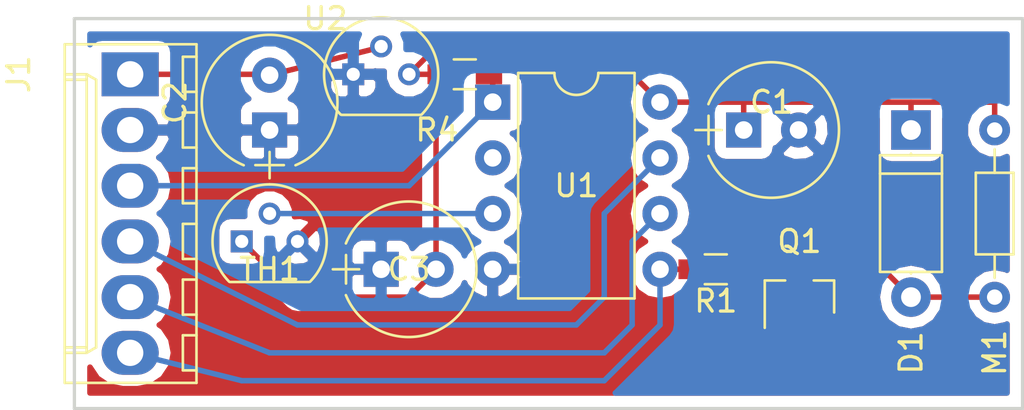
<source format=kicad_pcb>
(kicad_pcb (version 4) (host pcbnew 4.0.7)

  (general
    (links 26)
    (no_connects 0)
    (area 123.485 85.385 170.285001 104.215001)
    (thickness 1.6)
    (drawings 4)
    (tracks 47)
    (zones 0)
    (modules 12)
    (nets 12)
  )

  (page A4)
  (layers
    (0 F.Cu signal)
    (31 B.Cu signal hide)
    (32 B.Adhes user)
    (33 F.Adhes user)
    (34 B.Paste user)
    (35 F.Paste user)
    (36 B.SilkS user)
    (37 F.SilkS user)
    (38 B.Mask user)
    (39 F.Mask user)
    (40 Dwgs.User user)
    (41 Cmts.User user)
    (42 Eco1.User user)
    (43 Eco2.User user)
    (44 Edge.Cuts user)
    (45 Margin user)
    (46 B.CrtYd user)
    (47 F.CrtYd user)
    (48 B.Fab user)
    (49 F.Fab user)
  )

  (setup
    (last_trace_width 0.25)
    (trace_clearance 0.2)
    (zone_clearance 0.508)
    (zone_45_only no)
    (trace_min 0.2)
    (segment_width 0.2)
    (edge_width 0.15)
    (via_size 0.6)
    (via_drill 0.4)
    (via_min_size 0.4)
    (via_min_drill 0.3)
    (uvia_size 0.3)
    (uvia_drill 0.1)
    (uvias_allowed no)
    (uvia_min_size 0.2)
    (uvia_min_drill 0.1)
    (pcb_text_width 0.3)
    (pcb_text_size 1.5 1.5)
    (mod_edge_width 0.15)
    (mod_text_size 1 1)
    (mod_text_width 0.15)
    (pad_size 1.524 1.524)
    (pad_drill 0.762)
    (pad_to_mask_clearance 0.2)
    (aux_axis_origin 0 0)
    (visible_elements 7FFFFFFF)
    (pcbplotparams
      (layerselection 0x00030_80000001)
      (usegerberextensions false)
      (excludeedgelayer true)
      (linewidth 0.100000)
      (plotframeref false)
      (viasonmask false)
      (mode 1)
      (useauxorigin false)
      (hpglpennumber 1)
      (hpglpenspeed 20)
      (hpglpendiameter 15)
      (hpglpenoverlay 2)
      (psnegative false)
      (psa4output false)
      (plotreference true)
      (plotvalue true)
      (plotinvisibletext false)
      (padsonsilk false)
      (subtractmaskfromsilk false)
      (outputformat 1)
      (mirror false)
      (drillshape 1)
      (scaleselection 1)
      (outputdirectory ""))
  )

  (net 0 "")
  (net 1 +5V)
  (net 2 GND)
  (net 3 "Net-(D1-Pad2)")
  (net 4 "Net-(Q1-Pad1)")
  (net 5 Out3)
  (net 6 Out1)
  (net 7 Out2)
  (net 8 +9V)
  (net 9 "Net-(TH1-Pad2)")
  (net 10 Out4)
  (net 11 "Net-(U1-Pad2)")

  (net_class Default "This is the default net class."
    (clearance 0.2)
    (trace_width 0.25)
    (via_dia 0.6)
    (via_drill 0.4)
    (uvia_dia 0.3)
    (uvia_drill 0.1)
    (add_net +5V)
    (add_net +9V)
    (add_net GND)
    (add_net "Net-(D1-Pad2)")
    (add_net "Net-(Q1-Pad1)")
    (add_net "Net-(TH1-Pad2)")
    (add_net "Net-(U1-Pad2)")
    (add_net Out1)
    (add_net Out2)
    (add_net Out3)
    (add_net Out4)
  )

  (module Capacitors_THT:CP_Radial_Tantal_D6.0mm_P2.50mm (layer F.Cu) (tedit 5A0CA986) (tstamp 5A0B6F68)
    (at 157.48 91.44)
    (descr "CP, Radial_Tantal series, Radial, pin pitch=2.50mm, , diameter=6.0mm, Tantal Electrolytic Capacitor, http://cdn-reichelt.de/documents/datenblatt/B300/TANTAL-TB-Serie%23.pdf")
    (tags "CP Radial_Tantal series Radial pin pitch 2.50mm  diameter 6.0mm Tantal Electrolytic Capacitor")
    (path /4AE1698F)
    (fp_text reference C1 (at 1.27 -1.27) (layer F.SilkS)
      (effects (font (size 1 1) (thickness 0.15)))
    )
    (fp_text value 100n (at 1.27 1.27) (layer F.Fab)
      (effects (font (size 1 1) (thickness 0.15)))
    )
    (fp_arc (start 1.25 0) (end -1.605819 -1.18) (angle 135.1) (layer F.SilkS) (width 0.12))
    (fp_arc (start 1.25 0) (end -1.605819 1.18) (angle -135.1) (layer F.SilkS) (width 0.12))
    (fp_arc (start 1.25 0) (end 4.105819 -1.18) (angle 44.9) (layer F.SilkS) (width 0.12))
    (fp_circle (center 1.25 0) (end 4.25 0) (layer F.Fab) (width 0.1))
    (fp_line (start -2.2 0) (end -1 0) (layer F.Fab) (width 0.1))
    (fp_line (start -1.6 -0.65) (end -1.6 0.65) (layer F.Fab) (width 0.1))
    (fp_line (start -2.2 0) (end -1 0) (layer F.SilkS) (width 0.12))
    (fp_line (start -1.6 -0.65) (end -1.6 0.65) (layer F.SilkS) (width 0.12))
    (fp_line (start -2.1 -3.35) (end -2.1 3.35) (layer F.CrtYd) (width 0.05))
    (fp_line (start -2.1 3.35) (end 4.6 3.35) (layer F.CrtYd) (width 0.05))
    (fp_line (start 4.6 3.35) (end 4.6 -3.35) (layer F.CrtYd) (width 0.05))
    (fp_line (start 4.6 -3.35) (end -2.1 -3.35) (layer F.CrtYd) (width 0.05))
    (fp_text user %R (at 1.27 -1.27) (layer F.Fab)
      (effects (font (size 1 1) (thickness 0.15)))
    )
    (pad 1 thru_hole rect (at 0 0) (size 1.6 1.6) (drill 0.8) (layers *.Cu *.Mask)
      (net 1 +5V))
    (pad 2 thru_hole circle (at 2.5 0) (size 1.6 1.6) (drill 0.8) (layers *.Cu *.Mask)
      (net 2 GND))
    (model ${KISYS3DMOD}/Capacitors_THT.3dshapes/CP_Radial_Tantal_D6.0mm_P2.50mm.wrl
      (at (xyz 0 0 0))
      (scale (xyz 1 1 1))
      (rotate (xyz 0 0 0))
    )
  )

  (module Diodes_THT:D_A-405_P7.62mm_Horizontal (layer F.Cu) (tedit 5A0B79C0) (tstamp 5A0B6F6E)
    (at 165.1 91.44 270)
    (descr "D, A-405 series, Axial, Horizontal, pin pitch=7.62mm, , length*diameter=5.2*2.7mm^2, , http://www.diodes.com/_files/packages/A-405.pdf")
    (tags "D A-405 series Axial Horizontal pin pitch 7.62mm  length 5.2mm diameter 2.7mm")
    (path /4AE16956)
    (fp_text reference D1 (at 10.16 0 270) (layer F.SilkS)
      (effects (font (size 1 1) (thickness 0.15)))
    )
    (fp_text value D (at -2.54 0 270) (layer F.Fab)
      (effects (font (size 1 1) (thickness 0.15)))
    )
    (fp_text user %R (at 3.81 0 270) (layer F.Fab)
      (effects (font (size 1 1) (thickness 0.15)))
    )
    (fp_line (start 1.21 -1.35) (end 1.21 1.35) (layer F.Fab) (width 0.1))
    (fp_line (start 1.21 1.35) (end 6.41 1.35) (layer F.Fab) (width 0.1))
    (fp_line (start 6.41 1.35) (end 6.41 -1.35) (layer F.Fab) (width 0.1))
    (fp_line (start 6.41 -1.35) (end 1.21 -1.35) (layer F.Fab) (width 0.1))
    (fp_line (start 0 0) (end 1.21 0) (layer F.Fab) (width 0.1))
    (fp_line (start 7.62 0) (end 6.41 0) (layer F.Fab) (width 0.1))
    (fp_line (start 1.99 -1.35) (end 1.99 1.35) (layer F.Fab) (width 0.1))
    (fp_line (start 1.15 -1.41) (end 1.15 1.41) (layer F.SilkS) (width 0.12))
    (fp_line (start 1.15 1.41) (end 6.47 1.41) (layer F.SilkS) (width 0.12))
    (fp_line (start 6.47 1.41) (end 6.47 -1.41) (layer F.SilkS) (width 0.12))
    (fp_line (start 6.47 -1.41) (end 1.15 -1.41) (layer F.SilkS) (width 0.12))
    (fp_line (start 1.08 0) (end 1.15 0) (layer F.SilkS) (width 0.12))
    (fp_line (start 6.54 0) (end 6.47 0) (layer F.SilkS) (width 0.12))
    (fp_line (start 1.99 -1.41) (end 1.99 1.41) (layer F.SilkS) (width 0.12))
    (fp_line (start -1.15 -1.7) (end -1.15 1.7) (layer F.CrtYd) (width 0.05))
    (fp_line (start -1.15 1.7) (end 8.8 1.7) (layer F.CrtYd) (width 0.05))
    (fp_line (start 8.8 1.7) (end 8.8 -1.7) (layer F.CrtYd) (width 0.05))
    (fp_line (start 8.8 -1.7) (end -1.15 -1.7) (layer F.CrtYd) (width 0.05))
    (pad 1 thru_hole rect (at 0 0 270) (size 1.8 1.8) (drill 0.9) (layers *.Cu *.Mask)
      (net 1 +5V))
    (pad 2 thru_hole oval (at 7.62 0 270) (size 1.8 1.8) (drill 0.9) (layers *.Cu *.Mask)
      (net 3 "Net-(D1-Pad2)"))
    (model ${KISYS3DMOD}/Diodes_THT.3dshapes/D_A-405_P7.62mm_Horizontal.wrl
      (at (xyz 0 0 0))
      (scale (xyz 0.393701 0.393701 0.393701))
      (rotate (xyz 0 0 0))
    )
  )

  (module Resistors_THT:R_Axial_DIN0204_L3.6mm_D1.6mm_P7.62mm_Horizontal (layer F.Cu) (tedit 5A0B79EF) (tstamp 5A0B6F74)
    (at 168.91 91.44 270)
    (descr "Resistor, Axial_DIN0204 series, Axial, Horizontal, pin pitch=7.62mm, 0.16666666666666666W = 1/6W, length*diameter=3.6*1.6mm^2, http://cdn-reichelt.de/documents/datenblatt/B400/1_4W%23YAG.pdf")
    (tags "Resistor Axial_DIN0204 series Axial Horizontal pin pitch 7.62mm 0.16666666666666666W = 1/6W length 3.6mm diameter 1.6mm")
    (path /4AE158D0)
    (fp_text reference M1 (at 10.16 0 270) (layer F.SilkS)
      (effects (font (size 1 1) (thickness 0.15)))
    )
    (fp_text value Fan (at -2.54 0 270) (layer F.Fab)
      (effects (font (size 1 1) (thickness 0.15)))
    )
    (fp_line (start 2.01 -0.8) (end 2.01 0.8) (layer F.Fab) (width 0.1))
    (fp_line (start 2.01 0.8) (end 5.61 0.8) (layer F.Fab) (width 0.1))
    (fp_line (start 5.61 0.8) (end 5.61 -0.8) (layer F.Fab) (width 0.1))
    (fp_line (start 5.61 -0.8) (end 2.01 -0.8) (layer F.Fab) (width 0.1))
    (fp_line (start 0 0) (end 2.01 0) (layer F.Fab) (width 0.1))
    (fp_line (start 7.62 0) (end 5.61 0) (layer F.Fab) (width 0.1))
    (fp_line (start 1.95 -0.86) (end 1.95 0.86) (layer F.SilkS) (width 0.12))
    (fp_line (start 1.95 0.86) (end 5.67 0.86) (layer F.SilkS) (width 0.12))
    (fp_line (start 5.67 0.86) (end 5.67 -0.86) (layer F.SilkS) (width 0.12))
    (fp_line (start 5.67 -0.86) (end 1.95 -0.86) (layer F.SilkS) (width 0.12))
    (fp_line (start 0.88 0) (end 1.95 0) (layer F.SilkS) (width 0.12))
    (fp_line (start 6.74 0) (end 5.67 0) (layer F.SilkS) (width 0.12))
    (fp_line (start -0.95 -1.15) (end -0.95 1.15) (layer F.CrtYd) (width 0.05))
    (fp_line (start -0.95 1.15) (end 8.6 1.15) (layer F.CrtYd) (width 0.05))
    (fp_line (start 8.6 1.15) (end 8.6 -1.15) (layer F.CrtYd) (width 0.05))
    (fp_line (start 8.6 -1.15) (end -0.95 -1.15) (layer F.CrtYd) (width 0.05))
    (pad 1 thru_hole circle (at 0 0 270) (size 1.4 1.4) (drill 0.7) (layers *.Cu *.Mask)
      (net 1 +5V))
    (pad 2 thru_hole oval (at 7.62 0 270) (size 1.4 1.4) (drill 0.7) (layers *.Cu *.Mask)
      (net 3 "Net-(D1-Pad2)"))
    (model ${KISYS3DMOD}/Resistors_THT.3dshapes/R_Axial_DIN0204_L3.6mm_D1.6mm_P7.62mm_Horizontal.wrl
      (at (xyz 0 0 0))
      (scale (xyz 0.393701 0.393701 0.393701))
      (rotate (xyz 0 0 0))
    )
  )

  (module TO_SOT_Packages_SMD:SOT-23 (layer F.Cu) (tedit 5A0B8845) (tstamp 5A0B6F7B)
    (at 160.02 99.06 90)
    (descr "SOT-23, Standard")
    (tags SOT-23)
    (path /4AE15818)
    (attr smd)
    (fp_text reference Q1 (at 2.54 0 180) (layer F.SilkS)
      (effects (font (size 1 1) (thickness 0.15)))
    )
    (fp_text value NPN (at -2.54 0 180) (layer F.Fab)
      (effects (font (size 1 1) (thickness 0.15)))
    )
    (fp_text user %R (at 0 0 180) (layer F.Fab)
      (effects (font (size 0.5 0.5) (thickness 0.075)))
    )
    (fp_line (start -0.7 -0.95) (end -0.7 1.5) (layer F.Fab) (width 0.1))
    (fp_line (start -0.15 -1.52) (end 0.7 -1.52) (layer F.Fab) (width 0.1))
    (fp_line (start -0.7 -0.95) (end -0.15 -1.52) (layer F.Fab) (width 0.1))
    (fp_line (start 0.7 -1.52) (end 0.7 1.52) (layer F.Fab) (width 0.1))
    (fp_line (start -0.7 1.52) (end 0.7 1.52) (layer F.Fab) (width 0.1))
    (fp_line (start 0.76 1.58) (end 0.76 0.65) (layer F.SilkS) (width 0.12))
    (fp_line (start 0.76 -1.58) (end 0.76 -0.65) (layer F.SilkS) (width 0.12))
    (fp_line (start -1.7 -1.75) (end 1.7 -1.75) (layer F.CrtYd) (width 0.05))
    (fp_line (start 1.7 -1.75) (end 1.7 1.75) (layer F.CrtYd) (width 0.05))
    (fp_line (start 1.7 1.75) (end -1.7 1.75) (layer F.CrtYd) (width 0.05))
    (fp_line (start -1.7 1.75) (end -1.7 -1.75) (layer F.CrtYd) (width 0.05))
    (fp_line (start 0.76 -1.58) (end -1.4 -1.58) (layer F.SilkS) (width 0.12))
    (fp_line (start 0.76 1.58) (end -0.7 1.58) (layer F.SilkS) (width 0.12))
    (pad 1 smd rect (at -1 -0.95 90) (size 0.9 0.8) (layers F.Cu F.Paste F.Mask)
      (net 4 "Net-(Q1-Pad1)"))
    (pad 2 smd rect (at -1 0.95 90) (size 0.9 0.8) (layers F.Cu F.Paste F.Mask)
      (net 2 GND))
    (pad 3 smd rect (at 1 0 90) (size 0.9 0.8) (layers F.Cu F.Paste F.Mask)
      (net 3 "Net-(D1-Pad2)"))
    (model ${KISYS3DMOD}/TO_SOT_Packages_SMD.3dshapes/SOT-23.wrl
      (at (xyz 0 0 0))
      (scale (xyz 1 1 1))
      (rotate (xyz 0 0 0))
    )
  )

  (module Housings_DIP:DIP-8_W7.62mm (layer F.Cu) (tedit 5A0CA996) (tstamp 5A0B6F95)
    (at 146.05 90.17)
    (descr "8-lead though-hole mounted DIP package, row spacing 7.62 mm (300 mils)")
    (tags "THT DIP DIL PDIP 2.54mm 7.62mm 300mil")
    (path /4AE185FF)
    (fp_text reference U1 (at 3.81 3.81) (layer F.SilkS)
      (effects (font (size 1 1) (thickness 0.15)))
    )
    (fp_text value ATTINY85 (at 3.81 9.95) (layer F.Fab)
      (effects (font (size 1 1) (thickness 0.15)))
    )
    (fp_arc (start 3.81 -1.33) (end 2.81 -1.33) (angle -180) (layer F.SilkS) (width 0.12))
    (fp_line (start 1.635 -1.27) (end 6.985 -1.27) (layer F.Fab) (width 0.1))
    (fp_line (start 6.985 -1.27) (end 6.985 8.89) (layer F.Fab) (width 0.1))
    (fp_line (start 6.985 8.89) (end 0.635 8.89) (layer F.Fab) (width 0.1))
    (fp_line (start 0.635 8.89) (end 0.635 -0.27) (layer F.Fab) (width 0.1))
    (fp_line (start 0.635 -0.27) (end 1.635 -1.27) (layer F.Fab) (width 0.1))
    (fp_line (start 2.81 -1.33) (end 1.16 -1.33) (layer F.SilkS) (width 0.12))
    (fp_line (start 1.16 -1.33) (end 1.16 8.95) (layer F.SilkS) (width 0.12))
    (fp_line (start 1.16 8.95) (end 6.46 8.95) (layer F.SilkS) (width 0.12))
    (fp_line (start 6.46 8.95) (end 6.46 -1.33) (layer F.SilkS) (width 0.12))
    (fp_line (start 6.46 -1.33) (end 4.81 -1.33) (layer F.SilkS) (width 0.12))
    (fp_line (start -1.1 -1.55) (end -1.1 9.15) (layer F.CrtYd) (width 0.05))
    (fp_line (start -1.1 9.15) (end 8.7 9.15) (layer F.CrtYd) (width 0.05))
    (fp_line (start 8.7 9.15) (end 8.7 -1.55) (layer F.CrtYd) (width 0.05))
    (fp_line (start 8.7 -1.55) (end -1.1 -1.55) (layer F.CrtYd) (width 0.05))
    (fp_text user %R (at 3.81 3.81) (layer F.Fab)
      (effects (font (size 1 1) (thickness 0.15)))
    )
    (pad 1 thru_hole rect (at 0 0) (size 1.6 1.6) (drill 0.8) (layers *.Cu *.Mask)
      (net 6 Out1))
    (pad 5 thru_hole oval (at 7.62 7.62) (size 1.6 1.6) (drill 0.8) (layers *.Cu *.Mask)
      (net 10 Out4))
    (pad 2 thru_hole oval (at 0 2.54) (size 1.6 1.6) (drill 0.8) (layers *.Cu *.Mask)
      (net 11 "Net-(U1-Pad2)"))
    (pad 6 thru_hole oval (at 7.62 5.08) (size 1.6 1.6) (drill 0.8) (layers *.Cu *.Mask)
      (net 5 Out3))
    (pad 3 thru_hole oval (at 0 5.08) (size 1.6 1.6) (drill 0.8) (layers *.Cu *.Mask)
      (net 9 "Net-(TH1-Pad2)"))
    (pad 7 thru_hole oval (at 7.62 2.54) (size 1.6 1.6) (drill 0.8) (layers *.Cu *.Mask)
      (net 7 Out2))
    (pad 4 thru_hole oval (at 0 7.62) (size 1.6 1.6) (drill 0.8) (layers *.Cu *.Mask)
      (net 2 GND))
    (pad 8 thru_hole oval (at 7.62 0) (size 1.6 1.6) (drill 0.8) (layers *.Cu *.Mask)
      (net 1 +5V))
    (model ${KISYS3DMOD}/Housings_DIP.3dshapes/DIP-8_W7.62mm.wrl
      (at (xyz 0 0 0))
      (scale (xyz 1 1 1))
      (rotate (xyz 0 0 0))
    )
  )

  (module Resistors_SMD:R_0603_HandSoldering (layer F.Cu) (tedit 58E0A804) (tstamp 5A0B6F83)
    (at 156.21 97.79 180)
    (descr "Resistor SMD 0603, hand soldering")
    (tags "resistor 0603")
    (path /4AE167C4)
    (attr smd)
    (fp_text reference R1 (at 0 -1.45 180) (layer F.SilkS)
      (effects (font (size 1 1) (thickness 0.15)))
    )
    (fp_text value "1 k" (at 0 1.55 180) (layer F.Fab)
      (effects (font (size 1 1) (thickness 0.15)))
    )
    (fp_text user %R (at 0 0 180) (layer F.Fab)
      (effects (font (size 0.4 0.4) (thickness 0.075)))
    )
    (fp_line (start -0.8 0.4) (end -0.8 -0.4) (layer F.Fab) (width 0.1))
    (fp_line (start 0.8 0.4) (end -0.8 0.4) (layer F.Fab) (width 0.1))
    (fp_line (start 0.8 -0.4) (end 0.8 0.4) (layer F.Fab) (width 0.1))
    (fp_line (start -0.8 -0.4) (end 0.8 -0.4) (layer F.Fab) (width 0.1))
    (fp_line (start 0.5 0.68) (end -0.5 0.68) (layer F.SilkS) (width 0.12))
    (fp_line (start -0.5 -0.68) (end 0.5 -0.68) (layer F.SilkS) (width 0.12))
    (fp_line (start -1.96 -0.7) (end 1.95 -0.7) (layer F.CrtYd) (width 0.05))
    (fp_line (start -1.96 -0.7) (end -1.96 0.7) (layer F.CrtYd) (width 0.05))
    (fp_line (start 1.95 0.7) (end 1.95 -0.7) (layer F.CrtYd) (width 0.05))
    (fp_line (start 1.95 0.7) (end -1.96 0.7) (layer F.CrtYd) (width 0.05))
    (pad 1 smd rect (at -1.1 0 180) (size 1.2 0.9) (layers F.Cu F.Paste F.Mask)
      (net 4 "Net-(Q1-Pad1)"))
    (pad 2 smd rect (at 1.1 0 180) (size 1.2 0.9) (layers F.Cu F.Paste F.Mask)
      (net 10 Out4))
    (model ${KISYS3DMOD}/Resistors_SMD.3dshapes/R_0603.wrl
      (at (xyz 0 0 0))
      (scale (xyz 1 1 1))
      (rotate (xyz 0 0 0))
    )
  )

  (module TO_SOT_Packages_THT:TO-92_Molded_Narrow (layer F.Cu) (tedit 5A0CB33F) (tstamp 5A0B737F)
    (at 134.62 96.52)
    (descr "TO-92 leads molded, narrow, drill 0.6mm (see NXP sot054_po.pdf)")
    (tags "to-92 sc-43 sc-43a sot54 PA33 transistor")
    (path /5A0B72C9)
    (fp_text reference TH1 (at 1.27 1.27) (layer F.SilkS)
      (effects (font (size 1 1) (thickness 0.15)))
    )
    (fp_text value MCP9700A-E/TO (at 3.81 5.08) (layer F.Fab)
      (effects (font (size 1 1) (thickness 0.15)))
    )
    (fp_text user %R (at 1.27 3.81) (layer F.Fab)
      (effects (font (size 1 1) (thickness 0.15)))
    )
    (fp_line (start -0.53 1.85) (end 3.07 1.85) (layer F.SilkS) (width 0.12))
    (fp_line (start -0.5 1.75) (end 3 1.75) (layer F.Fab) (width 0.1))
    (fp_line (start -1.46 -2.73) (end 4 -2.73) (layer F.CrtYd) (width 0.05))
    (fp_line (start -1.46 -2.73) (end -1.46 2.01) (layer F.CrtYd) (width 0.05))
    (fp_line (start 4 2.01) (end 4 -2.73) (layer F.CrtYd) (width 0.05))
    (fp_line (start 4 2.01) (end -1.46 2.01) (layer F.CrtYd) (width 0.05))
    (fp_arc (start 1.27 0) (end 1.27 -2.48) (angle 135) (layer F.Fab) (width 0.1))
    (fp_arc (start 1.27 0) (end 1.27 -2.6) (angle -135) (layer F.SilkS) (width 0.12))
    (fp_arc (start 1.27 0) (end 1.27 -2.48) (angle -135) (layer F.Fab) (width 0.1))
    (fp_arc (start 1.27 0) (end 1.27 -2.6) (angle 135) (layer F.SilkS) (width 0.12))
    (pad 2 thru_hole circle (at 1.27 -1.27 90) (size 1 1) (drill 0.6) (layers *.Cu *.Mask)
      (net 9 "Net-(TH1-Pad2)"))
    (pad 3 thru_hole circle (at 2.54 0 90) (size 1 1) (drill 0.6) (layers *.Cu *.Mask)
      (net 2 GND))
    (pad 1 thru_hole rect (at 0 0 90) (size 1 1) (drill 0.6) (layers *.Cu *.Mask)
      (net 1 +5V))
    (model ${KISYS3DMOD}/TO_SOT_Packages_THT.3dshapes/TO-92_Molded_Narrow.wrl
      (at (xyz 0.05 0 0))
      (scale (xyz 1 1 1))
      (rotate (xyz 0 0 -90))
    )
  )

  (module TO_SOT_Packages_THT:TO-92_Molded_Narrow (layer F.Cu) (tedit 5A0CB2CF) (tstamp 5A0B6F9C)
    (at 139.7 88.9)
    (descr "TO-92 leads molded, narrow, drill 0.6mm (see NXP sot054_po.pdf)")
    (tags "to-92 sc-43 sc-43a sot54 PA33 transistor")
    (path /5A0B6FC2)
    (fp_text reference U2 (at -1.27 -2.54) (layer F.SilkS)
      (effects (font (size 1 1) (thickness 0.15)))
    )
    (fp_text value "5V Reg L7805CV" (at 10.16 -1.27) (layer F.Fab)
      (effects (font (size 1 1) (thickness 0.15)))
    )
    (fp_text user %R (at -1.27 -2.54) (layer F.Fab)
      (effects (font (size 1 1) (thickness 0.15)))
    )
    (fp_line (start -0.53 1.85) (end 3.07 1.85) (layer F.SilkS) (width 0.12))
    (fp_line (start -0.5 1.75) (end 3 1.75) (layer F.Fab) (width 0.1))
    (fp_line (start -1.46 -2.73) (end 4 -2.73) (layer F.CrtYd) (width 0.05))
    (fp_line (start -1.46 -2.73) (end -1.46 2.01) (layer F.CrtYd) (width 0.05))
    (fp_line (start 4 2.01) (end 4 -2.73) (layer F.CrtYd) (width 0.05))
    (fp_line (start 4 2.01) (end -1.46 2.01) (layer F.CrtYd) (width 0.05))
    (fp_arc (start 1.27 0) (end 1.27 -2.48) (angle 135) (layer F.Fab) (width 0.1))
    (fp_arc (start 1.27 0) (end 1.27 -2.6) (angle -135) (layer F.SilkS) (width 0.12))
    (fp_arc (start 1.27 0) (end 1.27 -2.48) (angle -135) (layer F.Fab) (width 0.1))
    (fp_arc (start 1.27 0) (end 1.27 -2.6) (angle 135) (layer F.SilkS) (width 0.12))
    (pad 2 thru_hole circle (at 1.27 -1.27 90) (size 1 1) (drill 0.6) (layers *.Cu *.Mask)
      (net 8 +9V))
    (pad 3 thru_hole circle (at 2.54 0 90) (size 1 1) (drill 0.6) (layers *.Cu *.Mask)
      (net 1 +5V))
    (pad 1 thru_hole rect (at 0 0 90) (size 1 1) (drill 0.6) (layers *.Cu *.Mask)
      (net 2 GND))
    (model ${KISYS3DMOD}/TO_SOT_Packages_THT.3dshapes/TO-92_Molded_Narrow.wrl
      (at (xyz 0.05 0 0))
      (scale (xyz 1 1 1))
      (rotate (xyz 0 0 -90))
    )
  )

  (module Resistors_SMD:R_0603_HandSoldering (layer F.Cu) (tedit 5A0CB2FB) (tstamp 5A0B6F89)
    (at 144.78 88.9 180)
    (descr "Resistor SMD 0603, hand soldering")
    (tags "resistor 0603")
    (path /5A0B6A50)
    (attr smd)
    (fp_text reference R4 (at 1.27 -2.54 180) (layer F.SilkS)
      (effects (font (size 1 1) (thickness 0.15)))
    )
    (fp_text value 1k (at 1.27 -1.27 180) (layer F.Fab)
      (effects (font (size 1 1) (thickness 0.15)))
    )
    (fp_text user %R (at 0 0 180) (layer F.Fab)
      (effects (font (size 0.4 0.4) (thickness 0.075)))
    )
    (fp_line (start -0.8 0.4) (end -0.8 -0.4) (layer F.Fab) (width 0.1))
    (fp_line (start 0.8 0.4) (end -0.8 0.4) (layer F.Fab) (width 0.1))
    (fp_line (start 0.8 -0.4) (end 0.8 0.4) (layer F.Fab) (width 0.1))
    (fp_line (start -0.8 -0.4) (end 0.8 -0.4) (layer F.Fab) (width 0.1))
    (fp_line (start 0.5 0.68) (end -0.5 0.68) (layer F.SilkS) (width 0.12))
    (fp_line (start -0.5 -0.68) (end 0.5 -0.68) (layer F.SilkS) (width 0.12))
    (fp_line (start -1.96 -0.7) (end 1.95 -0.7) (layer F.CrtYd) (width 0.05))
    (fp_line (start -1.96 -0.7) (end -1.96 0.7) (layer F.CrtYd) (width 0.05))
    (fp_line (start 1.95 0.7) (end 1.95 -0.7) (layer F.CrtYd) (width 0.05))
    (fp_line (start 1.95 0.7) (end -1.96 0.7) (layer F.CrtYd) (width 0.05))
    (pad 1 smd rect (at -1.1 0 180) (size 1.2 0.9) (layers F.Cu F.Paste F.Mask)
      (net 6 Out1))
    (pad 2 smd rect (at 1.1 0 180) (size 1.2 0.9) (layers F.Cu F.Paste F.Mask)
      (net 1 +5V))
    (model ${KISYS3DMOD}/Resistors_SMD.3dshapes/R_0603.wrl
      (at (xyz 0 0 0))
      (scale (xyz 1 1 1))
      (rotate (xyz 0 0 0))
    )
  )

  (module Connectors_Molex:Molex_KK-6410-06_06x2.54mm_Straight (layer F.Cu) (tedit 5A0B8861) (tstamp 5A0B7378)
    (at 129.54 88.9 270)
    (descr "Connector Headers with Friction Lock, 22-27-2061, http://www.molex.com/pdm_docs/sd/022272021_sd.pdf")
    (tags "connector molex kk_6410 22-27-2061")
    (path /5A0BA390)
    (fp_text reference J1 (at 0 5.08 270) (layer F.SilkS)
      (effects (font (size 1 1) (thickness 0.15)))
    )
    (fp_text value Conn_01x06 (at 6.35 4.5 270) (layer F.Fab)
      (effects (font (size 1 1) (thickness 0.15)))
    )
    (fp_line (start -1.47 -3.12) (end -1.47 3.08) (layer F.Fab) (width 0.12))
    (fp_line (start -1.47 3.08) (end 14.17 3.08) (layer F.Fab) (width 0.12))
    (fp_line (start 14.17 3.08) (end 14.17 -3.12) (layer F.Fab) (width 0.12))
    (fp_line (start 14.17 -3.12) (end -1.47 -3.12) (layer F.Fab) (width 0.12))
    (fp_line (start -1.37 -3.02) (end -1.37 2.98) (layer F.SilkS) (width 0.12))
    (fp_line (start -1.37 2.98) (end 14.07 2.98) (layer F.SilkS) (width 0.12))
    (fp_line (start 14.07 2.98) (end 14.07 -3.02) (layer F.SilkS) (width 0.12))
    (fp_line (start 14.07 -3.02) (end -1.37 -3.02) (layer F.SilkS) (width 0.12))
    (fp_line (start 0 2.98) (end 0 1.98) (layer F.SilkS) (width 0.12))
    (fp_line (start 0 1.98) (end 12.7 1.98) (layer F.SilkS) (width 0.12))
    (fp_line (start 12.7 1.98) (end 12.7 2.98) (layer F.SilkS) (width 0.12))
    (fp_line (start 0 1.98) (end 0.25 1.55) (layer F.SilkS) (width 0.12))
    (fp_line (start 0.25 1.55) (end 12.45 1.55) (layer F.SilkS) (width 0.12))
    (fp_line (start 12.45 1.55) (end 12.7 1.98) (layer F.SilkS) (width 0.12))
    (fp_line (start 0.25 2.98) (end 0.25 1.98) (layer F.SilkS) (width 0.12))
    (fp_line (start 12.45 2.98) (end 12.45 1.98) (layer F.SilkS) (width 0.12))
    (fp_line (start -0.8 -3.02) (end -0.8 -2.4) (layer F.SilkS) (width 0.12))
    (fp_line (start -0.8 -2.4) (end 0.8 -2.4) (layer F.SilkS) (width 0.12))
    (fp_line (start 0.8 -2.4) (end 0.8 -3.02) (layer F.SilkS) (width 0.12))
    (fp_line (start 1.74 -3.02) (end 1.74 -2.4) (layer F.SilkS) (width 0.12))
    (fp_line (start 1.74 -2.4) (end 3.34 -2.4) (layer F.SilkS) (width 0.12))
    (fp_line (start 3.34 -2.4) (end 3.34 -3.02) (layer F.SilkS) (width 0.12))
    (fp_line (start 4.28 -3.02) (end 4.28 -2.4) (layer F.SilkS) (width 0.12))
    (fp_line (start 4.28 -2.4) (end 5.88 -2.4) (layer F.SilkS) (width 0.12))
    (fp_line (start 5.88 -2.4) (end 5.88 -3.02) (layer F.SilkS) (width 0.12))
    (fp_line (start 6.82 -3.02) (end 6.82 -2.4) (layer F.SilkS) (width 0.12))
    (fp_line (start 6.82 -2.4) (end 8.42 -2.4) (layer F.SilkS) (width 0.12))
    (fp_line (start 8.42 -2.4) (end 8.42 -3.02) (layer F.SilkS) (width 0.12))
    (fp_line (start 9.36 -3.02) (end 9.36 -2.4) (layer F.SilkS) (width 0.12))
    (fp_line (start 9.36 -2.4) (end 10.96 -2.4) (layer F.SilkS) (width 0.12))
    (fp_line (start 10.96 -2.4) (end 10.96 -3.02) (layer F.SilkS) (width 0.12))
    (fp_line (start 11.9 -3.02) (end 11.9 -2.4) (layer F.SilkS) (width 0.12))
    (fp_line (start 11.9 -2.4) (end 13.5 -2.4) (layer F.SilkS) (width 0.12))
    (fp_line (start 13.5 -2.4) (end 13.5 -3.02) (layer F.SilkS) (width 0.12))
    (fp_line (start -1.9 3.5) (end -1.9 -3.55) (layer F.CrtYd) (width 0.05))
    (fp_line (start -1.9 -3.55) (end 14.6 -3.55) (layer F.CrtYd) (width 0.05))
    (fp_line (start 14.6 -3.55) (end 14.6 3.5) (layer F.CrtYd) (width 0.05))
    (fp_line (start 14.6 3.5) (end -1.9 3.5) (layer F.CrtYd) (width 0.05))
    (fp_text user %R (at 6.35 0 270) (layer F.Fab)
      (effects (font (size 1 1) (thickness 0.15)))
    )
    (pad 1 thru_hole rect (at 0 0 270) (size 2 2.6) (drill 1.2) (layers *.Cu *.Mask)
      (net 8 +9V))
    (pad 2 thru_hole oval (at 2.54 0 270) (size 2 2.6) (drill 1.2) (layers *.Cu *.Mask)
      (net 2 GND))
    (pad 3 thru_hole oval (at 5.08 0 270) (size 2 2.6) (drill 1.2) (layers *.Cu *.Mask)
      (net 6 Out1))
    (pad 4 thru_hole oval (at 7.62 0 270) (size 2 2.6) (drill 1.2) (layers *.Cu *.Mask)
      (net 7 Out2))
    (pad 5 thru_hole oval (at 10.16 0 270) (size 2 2.6) (drill 1.2) (layers *.Cu *.Mask)
      (net 5 Out3))
    (pad 6 thru_hole oval (at 12.7 0 270) (size 2 2.6) (drill 1.2) (layers *.Cu *.Mask)
      (net 10 Out4))
    (model ${KISYS3DMOD}/Connectors_Molex.3dshapes/Molex_KK-6410-06_06x2.54mm_Straight.wrl
      (at (xyz 0 0 0))
      (scale (xyz 1 1 1))
      (rotate (xyz 0 0 0))
    )
  )

  (module Capacitors_THT:CP_Radial_Tantal_D6.0mm_P2.50mm (layer F.Cu) (tedit 5A0CAA4F) (tstamp 5A0CA170)
    (at 135.89 91.44 90)
    (descr "CP, Radial_Tantal series, Radial, pin pitch=2.50mm, , diameter=6.0mm, Tantal Electrolytic Capacitor, http://cdn-reichelt.de/documents/datenblatt/B300/TANTAL-TB-Serie%23.pdf")
    (tags "CP Radial_Tantal series Radial pin pitch 2.50mm  diameter 6.0mm Tantal Electrolytic Capacitor")
    (path /5A0CAD62)
    (fp_text reference C2 (at 1.25 -4.31 90) (layer F.SilkS)
      (effects (font (size 1 1) (thickness 0.15)))
    )
    (fp_text value 10u (at 1.27 1.27 90) (layer F.Fab)
      (effects (font (size 1 1) (thickness 0.15)))
    )
    (fp_arc (start 1.25 0) (end -1.605819 -1.18) (angle 135.1) (layer F.SilkS) (width 0.12))
    (fp_arc (start 1.25 0) (end -1.605819 1.18) (angle -135.1) (layer F.SilkS) (width 0.12))
    (fp_arc (start 1.25 0) (end 4.105819 -1.18) (angle 44.9) (layer F.SilkS) (width 0.12))
    (fp_circle (center 1.25 0) (end 4.25 0) (layer F.Fab) (width 0.1))
    (fp_line (start -2.2 0) (end -1 0) (layer F.Fab) (width 0.1))
    (fp_line (start -1.6 -0.65) (end -1.6 0.65) (layer F.Fab) (width 0.1))
    (fp_line (start -2.2 0) (end -1 0) (layer F.SilkS) (width 0.12))
    (fp_line (start -1.6 -0.65) (end -1.6 0.65) (layer F.SilkS) (width 0.12))
    (fp_line (start -2.1 -3.35) (end -2.1 3.35) (layer F.CrtYd) (width 0.05))
    (fp_line (start -2.1 3.35) (end 4.6 3.35) (layer F.CrtYd) (width 0.05))
    (fp_line (start 4.6 3.35) (end 4.6 -3.35) (layer F.CrtYd) (width 0.05))
    (fp_line (start 4.6 -3.35) (end -2.1 -3.35) (layer F.CrtYd) (width 0.05))
    (fp_text user %R (at 1.27 -1.27 90) (layer F.Fab)
      (effects (font (size 1 1) (thickness 0.15)))
    )
    (pad 1 thru_hole rect (at 0 0 90) (size 1.6 1.6) (drill 0.8) (layers *.Cu *.Mask)
      (net 2 GND))
    (pad 2 thru_hole circle (at 2.5 0 90) (size 1.6 1.6) (drill 0.8) (layers *.Cu *.Mask)
      (net 8 +9V))
    (model ${KISYS3DMOD}/Capacitors_THT.3dshapes/CP_Radial_Tantal_D6.0mm_P2.50mm.wrl
      (at (xyz 0 0 0))
      (scale (xyz 1 1 1))
      (rotate (xyz 0 0 0))
    )
  )

  (module Capacitors_THT:CP_Radial_Tantal_D6.0mm_P2.50mm (layer F.Cu) (tedit 5A0CB30D) (tstamp 5A0CA176)
    (at 140.97 97.79)
    (descr "CP, Radial_Tantal series, Radial, pin pitch=2.50mm, , diameter=6.0mm, Tantal Electrolytic Capacitor, http://cdn-reichelt.de/documents/datenblatt/B300/TANTAL-TB-Serie%23.pdf")
    (tags "CP Radial_Tantal series Radial pin pitch 2.50mm  diameter 6.0mm Tantal Electrolytic Capacitor")
    (path /5A0CAEA0)
    (fp_text reference C3 (at 1.27 0) (layer F.SilkS)
      (effects (font (size 1 1) (thickness 0.15)))
    )
    (fp_text value 10u (at 1.27 -1.27) (layer F.Fab)
      (effects (font (size 1 1) (thickness 0.15)))
    )
    (fp_arc (start 1.25 0) (end -1.605819 -1.18) (angle 135.1) (layer F.SilkS) (width 0.12))
    (fp_arc (start 1.25 0) (end -1.605819 1.18) (angle -135.1) (layer F.SilkS) (width 0.12))
    (fp_arc (start 1.25 0) (end 4.105819 -1.18) (angle 44.9) (layer F.SilkS) (width 0.12))
    (fp_circle (center 1.25 0) (end 4.25 0) (layer F.Fab) (width 0.1))
    (fp_line (start -2.2 0) (end -1 0) (layer F.Fab) (width 0.1))
    (fp_line (start -1.6 -0.65) (end -1.6 0.65) (layer F.Fab) (width 0.1))
    (fp_line (start -2.2 0) (end -1 0) (layer F.SilkS) (width 0.12))
    (fp_line (start -1.6 -0.65) (end -1.6 0.65) (layer F.SilkS) (width 0.12))
    (fp_line (start -2.1 -3.35) (end -2.1 3.35) (layer F.CrtYd) (width 0.05))
    (fp_line (start -2.1 3.35) (end 4.6 3.35) (layer F.CrtYd) (width 0.05))
    (fp_line (start 4.6 3.35) (end 4.6 -3.35) (layer F.CrtYd) (width 0.05))
    (fp_line (start 4.6 -3.35) (end -2.1 -3.35) (layer F.CrtYd) (width 0.05))
    (fp_text user %R (at 1.25 0) (layer F.Fab)
      (effects (font (size 1 1) (thickness 0.15)))
    )
    (pad 1 thru_hole rect (at 0 0) (size 1.6 1.6) (drill 0.8) (layers *.Cu *.Mask)
      (net 2 GND))
    (pad 2 thru_hole circle (at 2.5 0) (size 1.6 1.6) (drill 0.8) (layers *.Cu *.Mask)
      (net 1 +5V))
    (model ${KISYS3DMOD}/Capacitors_THT.3dshapes/CP_Radial_Tantal_D6.0mm_P2.50mm.wrl
      (at (xyz 0 0 0))
      (scale (xyz 1 1 1))
      (rotate (xyz 0 0 0))
    )
  )

  (gr_line (start 127 86.36) (end 170.18 86.36) (angle 90) (layer Edge.Cuts) (width 0.15))
  (gr_line (start 127 104.14) (end 127 86.36) (angle 90) (layer Edge.Cuts) (width 0.15))
  (gr_line (start 170.18 104.14) (end 127 104.14) (angle 90) (layer Edge.Cuts) (width 0.15))
  (gr_line (start 170.18 86.36) (end 170.18 104.14) (angle 90) (layer Edge.Cuts) (width 0.15))

  (segment (start 143.47 97.79) (end 143.47 97.83) (width 0.25) (layer F.Cu) (net 1) (status 30))
  (segment (start 143.47 97.83) (end 142.24 99.06) (width 0.25) (layer F.Cu) (net 1) (tstamp 5A0CAFC9) (status 10))
  (segment (start 137.16 99.06) (end 134.62 96.52) (width 0.25) (layer F.Cu) (net 1) (tstamp 5A0CAFD3))
  (segment (start 142.24 99.06) (end 137.16 99.06) (width 0.25) (layer F.Cu) (net 1) (tstamp 5A0CAFCA))
  (segment (start 143.47 97.79) (end 143.47 88.9) (width 0.25) (layer F.Cu) (net 1) (status 10))
  (segment (start 143.47 88.9) (end 143.51 88.9) (width 0.25) (layer F.Cu) (net 1) (tstamp 5A0CAF88))
  (segment (start 143.51 88.9) (end 143.68 88.9) (width 0.25) (layer F.Cu) (net 1) (tstamp 5A0CAF8D))
  (segment (start 143.68 88.9) (end 142.24 88.9) (width 0.25) (layer F.Cu) (net 1))
  (segment (start 153.67 90.17) (end 151.13 87.63) (width 0.25) (layer F.Cu) (net 1))
  (segment (start 151.13 87.63) (end 143.51 87.63) (width 0.25) (layer F.Cu) (net 1) (tstamp 5A0CAF68))
  (segment (start 143.51 87.63) (end 142.24 88.9) (width 0.25) (layer F.Cu) (net 1) (tstamp 5A0CAF6A))
  (segment (start 143.68 88.9) (end 143.51 88.9) (width 0.25) (layer F.Cu) (net 1) (status 30))
  (segment (start 165.1 90.17) (end 168.91 90.17) (width 0.25) (layer F.Cu) (net 1))
  (segment (start 168.91 90.17) (end 168.91 91.44) (width 0.25) (layer F.Cu) (net 1) (tstamp 5A0B7A6A))
  (segment (start 157.48 90.17) (end 165.1 90.17) (width 0.25) (layer F.Cu) (net 1))
  (segment (start 165.1 90.17) (end 165.1 91.44) (width 0.25) (layer F.Cu) (net 1) (tstamp 5A0B7A5E))
  (segment (start 153.67 90.17) (end 157.48 90.17) (width 0.25) (layer F.Cu) (net 1))
  (segment (start 157.48 90.17) (end 157.48 91.44) (width 0.25) (layer F.Cu) (net 1) (tstamp 5A0B7A50))
  (segment (start 165.1 99.06) (end 168.91 99.06) (width 0.25) (layer F.Cu) (net 3))
  (segment (start 160.02 98.06) (end 164.1 98.06) (width 0.25) (layer F.Cu) (net 3) (status 10))
  (segment (start 164.1 98.06) (end 165.1 99.06) (width 0.25) (layer F.Cu) (net 3) (tstamp 5A0B7B0B))
  (segment (start 157.31 97.79) (end 157.31 98.3) (width 0.25) (layer F.Cu) (net 4))
  (segment (start 157.31 98.3) (end 159.07 100.06) (width 0.25) (layer F.Cu) (net 4) (tstamp 5A0B7AF9) (status 20))
  (segment (start 153.67 95.25) (end 152.4 96.52) (width 0.25) (layer B.Cu) (net 5))
  (segment (start 135.89 101.6) (end 129.54 99.06) (width 0.25) (layer B.Cu) (net 5) (tstamp 5A0B84C6) (status 20))
  (segment (start 151.13 101.6) (end 135.89 101.6) (width 0.25) (layer B.Cu) (net 5) (tstamp 5A0B84C1))
  (segment (start 152.4 100.33) (end 151.13 101.6) (width 0.25) (layer B.Cu) (net 5) (tstamp 5A0B84BA))
  (segment (start 152.4 96.52) (end 152.4 100.33) (width 0.25) (layer B.Cu) (net 5) (tstamp 5A0B84B3))
  (segment (start 146.05 90.17) (end 146.05 89.07) (width 0.25) (layer F.Cu) (net 6) (status 20))
  (segment (start 146.05 89.07) (end 145.88 88.9) (width 0.25) (layer F.Cu) (net 6) (tstamp 5A0CADF4) (status 30))
  (segment (start 146.05 90.17) (end 142.24 93.98) (width 0.25) (layer B.Cu) (net 6))
  (segment (start 142.24 93.98) (end 129.54 93.98) (width 0.25) (layer B.Cu) (net 6) (tstamp 5A0CADD7))
  (segment (start 153.67 92.71) (end 151.13 95.25) (width 0.25) (layer B.Cu) (net 7))
  (segment (start 137.16 100.33) (end 129.54 96.52) (width 0.25) (layer B.Cu) (net 7) (tstamp 5A0B84F6) (status 20))
  (segment (start 149.86 100.33) (end 137.16 100.33) (width 0.25) (layer B.Cu) (net 7) (tstamp 5A0B84F4))
  (segment (start 151.13 99.06) (end 149.86 100.33) (width 0.25) (layer B.Cu) (net 7) (tstamp 5A0B84F0))
  (segment (start 151.13 95.25) (end 151.13 99.06) (width 0.25) (layer B.Cu) (net 7) (tstamp 5A0B84ED))
  (segment (start 135.89 88.94) (end 140.93 87.67) (width 0.25) (layer F.Cu) (net 8) (status 20))
  (segment (start 140.93 87.67) (end 140.97 87.63) (width 0.25) (layer F.Cu) (net 8) (tstamp 5A0CAE5F) (status 30))
  (segment (start 129.54 88.9) (end 135.85 88.9) (width 0.25) (layer F.Cu) (net 8))
  (segment (start 135.85 88.9) (end 135.89 88.94) (width 0.25) (layer F.Cu) (net 8) (tstamp 5A0CAE5B))
  (segment (start 146.05 95.25) (end 135.89 95.25) (width 0.25) (layer B.Cu) (net 9))
  (segment (start 153.67 97.79) (end 153.67 100.33) (width 0.25) (layer B.Cu) (net 10))
  (segment (start 134.62 102.87) (end 129.54 101.6) (width 0.25) (layer B.Cu) (net 10) (tstamp 5A0B8430) (status 20))
  (segment (start 151.13 102.87) (end 134.62 102.87) (width 0.25) (layer B.Cu) (net 10) (tstamp 5A0B8429))
  (segment (start 153.67 100.33) (end 151.13 102.87) (width 0.25) (layer B.Cu) (net 10) (tstamp 5A0B840C))
  (segment (start 153.67 97.79) (end 155.11 97.79) (width 0.25) (layer F.Cu) (net 10))

  (zone (net 2) (net_name GND) (layer B.Cu) (tstamp 5A0B868F) (hatch edge 0.508)
    (connect_pads (clearance 0.508))
    (min_thickness 0.254)
    (fill yes (arc_segments 16) (thermal_gap 0.508) (thermal_bridge_width 0.508))
    (polygon
      (pts
        (xy 170.18 104.14) (xy 127 104.14) (xy 127 86.36) (xy 170.18 86.36)
      )
    )
    (filled_polygon
      (pts
        (xy 139.835197 87.403244) (xy 139.834803 87.854775) (xy 139.852689 87.898061) (xy 139.827 87.92375) (xy 139.827 88.773)
        (xy 140.67625 88.773) (xy 140.701698 88.747552) (xy 140.743244 88.764803) (xy 141.105117 88.765119) (xy 141.104803 89.124775)
        (xy 141.277233 89.542086) (xy 141.596235 89.861645) (xy 142.013244 90.034803) (xy 142.464775 90.035197) (xy 142.882086 89.862767)
        (xy 143.201645 89.543765) (xy 143.374803 89.126756) (xy 143.375197 88.675225) (xy 143.202767 88.257914) (xy 142.883765 87.938355)
        (xy 142.466756 87.765197) (xy 142.104883 87.764881) (xy 142.105197 87.405225) (xy 141.966684 87.07) (xy 169.47 87.07)
        (xy 169.47 90.227016) (xy 169.176713 90.105232) (xy 168.645617 90.104769) (xy 168.154771 90.307582) (xy 167.778902 90.682796)
        (xy 167.575232 91.173287) (xy 167.574769 91.704383) (xy 167.777582 92.195229) (xy 168.152796 92.571098) (xy 168.643287 92.774768)
        (xy 169.174383 92.775231) (xy 169.47 92.653085) (xy 169.47 97.833286) (xy 169.420882 97.800467) (xy 168.91 97.698846)
        (xy 168.399118 97.800467) (xy 167.966012 98.089858) (xy 167.676621 98.522964) (xy 167.575 99.033846) (xy 167.575 99.086154)
        (xy 167.676621 99.597036) (xy 167.966012 100.030142) (xy 168.399118 100.319533) (xy 168.91 100.421154) (xy 169.420882 100.319533)
        (xy 169.47 100.286714) (xy 169.47 103.43) (xy 151.633579 103.43) (xy 151.667401 103.407401) (xy 154.207401 100.867401)
        (xy 154.372148 100.62084) (xy 154.394548 100.508227) (xy 154.43 100.33) (xy 154.43 99.029928) (xy 163.565 99.029928)
        (xy 163.565 99.090072) (xy 163.681845 99.677491) (xy 164.014591 100.175481) (xy 164.512581 100.508227) (xy 165.1 100.625072)
        (xy 165.687419 100.508227) (xy 166.185409 100.175481) (xy 166.518155 99.677491) (xy 166.635 99.090072) (xy 166.635 99.029928)
        (xy 166.518155 98.442509) (xy 166.185409 97.944519) (xy 165.687419 97.611773) (xy 165.1 97.494928) (xy 164.512581 97.611773)
        (xy 164.014591 97.944519) (xy 163.681845 98.442509) (xy 163.565 99.029928) (xy 154.43 99.029928) (xy 154.43 98.993667)
        (xy 154.712811 98.804698) (xy 155.02388 98.339151) (xy 155.133113 97.79) (xy 155.02388 97.240849) (xy 154.712811 96.775302)
        (xy 154.330725 96.52) (xy 154.712811 96.264698) (xy 155.02388 95.799151) (xy 155.133113 95.25) (xy 155.02388 94.700849)
        (xy 154.712811 94.235302) (xy 154.330725 93.98) (xy 154.712811 93.724698) (xy 155.02388 93.259151) (xy 155.133113 92.71)
        (xy 155.02388 92.160849) (xy 154.712811 91.695302) (xy 154.330725 91.44) (xy 154.712811 91.184698) (xy 155.02388 90.719151)
        (xy 155.039624 90.64) (xy 156.03256 90.64) (xy 156.03256 92.24) (xy 156.076838 92.475317) (xy 156.21591 92.691441)
        (xy 156.42811 92.836431) (xy 156.68 92.88744) (xy 158.28 92.88744) (xy 158.515317 92.843162) (xy 158.731441 92.70409)
        (xy 158.876431 92.49189) (xy 158.88537 92.447745) (xy 159.151861 92.447745) (xy 159.225995 92.693864) (xy 159.763223 92.886965)
        (xy 160.333454 92.859778) (xy 160.734005 92.693864) (xy 160.808139 92.447745) (xy 159.98 91.619605) (xy 159.151861 92.447745)
        (xy 158.88537 92.447745) (xy 158.924646 92.253799) (xy 158.972255 92.268139) (xy 159.800395 91.44) (xy 160.159605 91.44)
        (xy 160.987745 92.268139) (xy 161.233864 92.194005) (xy 161.426965 91.656777) (xy 161.399778 91.086546) (xy 161.233864 90.685995)
        (xy 160.987745 90.611861) (xy 160.159605 91.44) (xy 159.800395 91.44) (xy 158.972255 90.611861) (xy 158.924833 90.626145)
        (xy 158.888351 90.432255) (xy 159.151861 90.432255) (xy 159.98 91.260395) (xy 160.700394 90.54) (xy 163.55256 90.54)
        (xy 163.55256 92.34) (xy 163.596838 92.575317) (xy 163.73591 92.791441) (xy 163.94811 92.936431) (xy 164.2 92.98744)
        (xy 166 92.98744) (xy 166.235317 92.943162) (xy 166.451441 92.80409) (xy 166.596431 92.59189) (xy 166.64744 92.34)
        (xy 166.64744 90.54) (xy 166.603162 90.304683) (xy 166.46409 90.088559) (xy 166.25189 89.943569) (xy 166 89.89256)
        (xy 164.2 89.89256) (xy 163.964683 89.936838) (xy 163.748559 90.07591) (xy 163.603569 90.28811) (xy 163.55256 90.54)
        (xy 160.700394 90.54) (xy 160.808139 90.432255) (xy 160.734005 90.186136) (xy 160.196777 89.993035) (xy 159.626546 90.020222)
        (xy 159.225995 90.186136) (xy 159.151861 90.432255) (xy 158.888351 90.432255) (xy 158.883162 90.404683) (xy 158.74409 90.188559)
        (xy 158.53189 90.043569) (xy 158.28 89.99256) (xy 156.68 89.99256) (xy 156.444683 90.036838) (xy 156.228559 90.17591)
        (xy 156.083569 90.38811) (xy 156.03256 90.64) (xy 155.039624 90.64) (xy 155.133113 90.17) (xy 155.02388 89.620849)
        (xy 154.712811 89.155302) (xy 154.247264 88.844233) (xy 153.698113 88.735) (xy 153.641887 88.735) (xy 153.092736 88.844233)
        (xy 152.627189 89.155302) (xy 152.31612 89.620849) (xy 152.206887 90.17) (xy 152.31612 90.719151) (xy 152.627189 91.184698)
        (xy 153.009275 91.44) (xy 152.627189 91.695302) (xy 152.31612 92.160849) (xy 152.206887 92.71) (xy 152.271312 93.033886)
        (xy 150.592599 94.712599) (xy 150.427852 94.959161) (xy 150.37 95.25) (xy 150.37 98.745198) (xy 149.545198 99.57)
        (xy 137.339412 99.57) (xy 134.350913 98.07575) (xy 139.535 98.07575) (xy 139.535 98.71631) (xy 139.631673 98.949699)
        (xy 139.810302 99.128327) (xy 140.043691 99.225) (xy 140.68425 99.225) (xy 140.843 99.06625) (xy 140.843 97.917)
        (xy 139.69375 97.917) (xy 139.535 98.07575) (xy 134.350913 98.07575) (xy 131.488169 96.644378) (xy 131.512909 96.52)
        (xy 131.388452 95.894313) (xy 131.034029 95.36388) (xy 130.863595 95.25) (xy 131.034029 95.13612) (xy 131.298707 94.74)
        (xy 134.872811 94.74) (xy 134.755197 95.023244) (xy 134.754892 95.37256) (xy 134.12 95.37256) (xy 133.884683 95.416838)
        (xy 133.668559 95.55591) (xy 133.523569 95.76811) (xy 133.47256 96.02) (xy 133.47256 97.02) (xy 133.516838 97.255317)
        (xy 133.65591 97.471441) (xy 133.86811 97.616431) (xy 134.12 97.66744) (xy 135.12 97.66744) (xy 135.355317 97.623162)
        (xy 135.571441 97.48409) (xy 135.69032 97.310104) (xy 136.549501 97.310104) (xy 136.586648 97.525217) (xy 137.014972 97.668112)
        (xy 137.465375 97.636217) (xy 137.733352 97.525217) (xy 137.770499 97.310104) (xy 137.16 96.699605) (xy 136.549501 97.310104)
        (xy 135.69032 97.310104) (xy 135.716431 97.27189) (xy 135.76744 97.02) (xy 135.76744 96.384894) (xy 136.012606 96.385108)
        (xy 136.043783 96.825375) (xy 136.154783 97.093352) (xy 136.369896 97.130499) (xy 136.980395 96.52) (xy 136.966253 96.505858)
        (xy 137.145858 96.326253) (xy 137.16 96.340395) (xy 137.174143 96.326253) (xy 137.353748 96.505858) (xy 137.339605 96.52)
        (xy 137.950104 97.130499) (xy 138.165217 97.093352) (xy 138.241835 96.86369) (xy 139.535 96.86369) (xy 139.535 97.50425)
        (xy 139.69375 97.663) (xy 140.843 97.663) (xy 140.843 96.51375) (xy 140.68425 96.355) (xy 140.043691 96.355)
        (xy 139.810302 96.451673) (xy 139.631673 96.630301) (xy 139.535 96.86369) (xy 138.241835 96.86369) (xy 138.308112 96.665028)
        (xy 138.276217 96.214625) (xy 138.191458 96.01) (xy 144.837005 96.01) (xy 145.007189 96.264698) (xy 145.411703 96.534986)
        (xy 145.194866 96.637611) (xy 144.818959 97.052577) (xy 144.768406 97.17463) (xy 144.687243 96.9782) (xy 144.283923 96.574176)
        (xy 143.756691 96.35525) (xy 143.185813 96.354752) (xy 142.6582 96.572757) (xy 142.393813 96.836683) (xy 142.308327 96.630301)
        (xy 142.129698 96.451673) (xy 141.896309 96.355) (xy 141.25575 96.355) (xy 141.097 96.51375) (xy 141.097 97.663)
        (xy 141.117 97.663) (xy 141.117 97.917) (xy 141.097 97.917) (xy 141.097 99.06625) (xy 141.25575 99.225)
        (xy 141.896309 99.225) (xy 142.129698 99.128327) (xy 142.308327 98.949699) (xy 142.393876 98.743165) (xy 142.656077 99.005824)
        (xy 143.183309 99.22475) (xy 143.754187 99.225248) (xy 144.2818 99.007243) (xy 144.685824 98.603923) (xy 144.768339 98.405206)
        (xy 144.818959 98.527423) (xy 145.194866 98.942389) (xy 145.700959 99.181914) (xy 145.923 99.060629) (xy 145.923 97.917)
        (xy 146.177 97.917) (xy 146.177 99.060629) (xy 146.399041 99.181914) (xy 146.905134 98.942389) (xy 147.281041 98.527423)
        (xy 147.441904 98.139039) (xy 147.319915 97.917) (xy 146.177 97.917) (xy 145.923 97.917) (xy 145.903 97.917)
        (xy 145.903 97.663) (xy 145.923 97.663) (xy 145.923 97.643) (xy 146.177 97.643) (xy 146.177 97.663)
        (xy 147.319915 97.663) (xy 147.441904 97.440961) (xy 147.281041 97.052577) (xy 146.905134 96.637611) (xy 146.688297 96.534986)
        (xy 147.092811 96.264698) (xy 147.40388 95.799151) (xy 147.513113 95.25) (xy 147.40388 94.700849) (xy 147.092811 94.235302)
        (xy 146.710725 93.98) (xy 147.092811 93.724698) (xy 147.40388 93.259151) (xy 147.513113 92.71) (xy 147.40388 92.160849)
        (xy 147.092811 91.695302) (xy 146.948535 91.598899) (xy 147.085317 91.573162) (xy 147.301441 91.43409) (xy 147.446431 91.22189)
        (xy 147.49744 90.97) (xy 147.49744 89.37) (xy 147.453162 89.134683) (xy 147.31409 88.918559) (xy 147.10189 88.773569)
        (xy 146.85 88.72256) (xy 145.25 88.72256) (xy 145.014683 88.766838) (xy 144.798559 88.90591) (xy 144.653569 89.11811)
        (xy 144.60256 89.37) (xy 144.60256 90.542638) (xy 141.925198 93.22) (xy 131.298707 93.22) (xy 131.034029 92.82388)
        (xy 130.843812 92.696781) (xy 131.085922 92.506317) (xy 131.399144 91.948355) (xy 131.430124 91.820434) (xy 131.385536 91.72575)
        (xy 134.455 91.72575) (xy 134.455 92.366309) (xy 134.551673 92.599698) (xy 134.730301 92.778327) (xy 134.96369 92.875)
        (xy 135.60425 92.875) (xy 135.763 92.71625) (xy 135.763 91.567) (xy 136.017 91.567) (xy 136.017 92.71625)
        (xy 136.17575 92.875) (xy 136.81631 92.875) (xy 137.049699 92.778327) (xy 137.228327 92.599698) (xy 137.325 92.366309)
        (xy 137.325 91.72575) (xy 137.16625 91.567) (xy 136.017 91.567) (xy 135.763 91.567) (xy 134.61375 91.567)
        (xy 134.455 91.72575) (xy 131.385536 91.72575) (xy 131.310777 91.567) (xy 129.667 91.567) (xy 129.667 91.587)
        (xy 129.413 91.587) (xy 129.413 91.567) (xy 129.393 91.567) (xy 129.393 91.313) (xy 129.413 91.313)
        (xy 129.413 91.293) (xy 129.667 91.293) (xy 129.667 91.313) (xy 131.310777 91.313) (xy 131.430124 91.059566)
        (xy 131.399144 90.931645) (xy 131.136505 90.463789) (xy 131.291441 90.36409) (xy 131.436431 90.15189) (xy 131.48744 89.9)
        (xy 131.48744 89.224187) (xy 134.454752 89.224187) (xy 134.672757 89.7518) (xy 134.936683 90.016187) (xy 134.730301 90.101673)
        (xy 134.551673 90.280302) (xy 134.455 90.513691) (xy 134.455 91.15425) (xy 134.61375 91.313) (xy 135.763 91.313)
        (xy 135.763 91.293) (xy 136.017 91.293) (xy 136.017 91.313) (xy 137.16625 91.313) (xy 137.325 91.15425)
        (xy 137.325 90.513691) (xy 137.228327 90.280302) (xy 137.049699 90.101673) (xy 136.843165 90.016124) (xy 137.105824 89.753923)
        (xy 137.32475 89.226691) (xy 137.324785 89.18575) (xy 138.565 89.18575) (xy 138.565 89.526309) (xy 138.661673 89.759698)
        (xy 138.840301 89.938327) (xy 139.07369 90.035) (xy 139.41425 90.035) (xy 139.573 89.87625) (xy 139.573 89.027)
        (xy 139.827 89.027) (xy 139.827 89.87625) (xy 139.98575 90.035) (xy 140.32631 90.035) (xy 140.559699 89.938327)
        (xy 140.738327 89.759698) (xy 140.835 89.526309) (xy 140.835 89.18575) (xy 140.67625 89.027) (xy 139.827 89.027)
        (xy 139.573 89.027) (xy 138.72375 89.027) (xy 138.565 89.18575) (xy 137.324785 89.18575) (xy 137.325248 88.655813)
        (xy 137.167359 88.273691) (xy 138.565 88.273691) (xy 138.565 88.61425) (xy 138.72375 88.773) (xy 139.573 88.773)
        (xy 139.573 87.92375) (xy 139.41425 87.765) (xy 139.07369 87.765) (xy 138.840301 87.861673) (xy 138.661673 88.040302)
        (xy 138.565 88.273691) (xy 137.167359 88.273691) (xy 137.107243 88.1282) (xy 136.703923 87.724176) (xy 136.176691 87.50525)
        (xy 135.605813 87.504752) (xy 135.0782 87.722757) (xy 134.674176 88.126077) (xy 134.45525 88.653309) (xy 134.454752 89.224187)
        (xy 131.48744 89.224187) (xy 131.48744 87.9) (xy 131.443162 87.664683) (xy 131.30409 87.448559) (xy 131.09189 87.303569)
        (xy 130.84 87.25256) (xy 128.24 87.25256) (xy 128.004683 87.296838) (xy 127.788559 87.43591) (xy 127.71 87.550885)
        (xy 127.71 87.07) (xy 139.973573 87.07)
      )
    )
  )
  (zone (net 2) (net_name GND) (layer F.Cu) (tstamp 5A0B874F) (hatch edge 0.508)
    (connect_pads (clearance 0.508))
    (min_thickness 0.254)
    (fill yes (arc_segments 16) (thermal_gap 0.508) (thermal_bridge_width 0.508))
    (polygon
      (pts
        (xy 170.18 104.14) (xy 127 104.14) (xy 127 86.36) (xy 170.18 86.36)
      )
    )
    (filled_polygon
      (pts
        (xy 152.271312 89.846114) (xy 152.206887 90.17) (xy 152.31612 90.719151) (xy 152.627189 91.184698) (xy 153.009275 91.44)
        (xy 152.627189 91.695302) (xy 152.31612 92.160849) (xy 152.206887 92.71) (xy 152.31612 93.259151) (xy 152.627189 93.724698)
        (xy 153.009275 93.98) (xy 152.627189 94.235302) (xy 152.31612 94.700849) (xy 152.206887 95.25) (xy 152.31612 95.799151)
        (xy 152.627189 96.264698) (xy 153.009275 96.52) (xy 152.627189 96.775302) (xy 152.31612 97.240849) (xy 152.206887 97.79)
        (xy 152.31612 98.339151) (xy 152.627189 98.804698) (xy 153.092736 99.115767) (xy 153.641887 99.225) (xy 153.698113 99.225)
        (xy 154.247264 99.115767) (xy 154.588979 98.88744) (xy 155.71 98.88744) (xy 155.945317 98.843162) (xy 156.161441 98.70409)
        (xy 156.209134 98.634289) (xy 156.24591 98.691441) (xy 156.45811 98.836431) (xy 156.71 98.88744) (xy 156.822638 98.88744)
        (xy 158.02256 100.087362) (xy 158.02256 100.51) (xy 158.066838 100.745317) (xy 158.20591 100.961441) (xy 158.41811 101.106431)
        (xy 158.67 101.15744) (xy 159.47 101.15744) (xy 159.705317 101.113162) (xy 159.921441 100.97409) (xy 160.01699 100.83425)
        (xy 160.031673 100.869698) (xy 160.210301 101.048327) (xy 160.44369 101.145) (xy 160.68425 101.145) (xy 160.843 100.98625)
        (xy 160.843 100.187) (xy 161.097 100.187) (xy 161.097 100.98625) (xy 161.25575 101.145) (xy 161.49631 101.145)
        (xy 161.729699 101.048327) (xy 161.908327 100.869698) (xy 162.005 100.636309) (xy 162.005 100.34575) (xy 161.84625 100.187)
        (xy 161.097 100.187) (xy 160.843 100.187) (xy 160.823 100.187) (xy 160.823 99.933) (xy 160.843 99.933)
        (xy 160.843 99.13375) (xy 161.097 99.13375) (xy 161.097 99.933) (xy 161.84625 99.933) (xy 162.005 99.77425)
        (xy 162.005 99.483691) (xy 161.908327 99.250302) (xy 161.729699 99.071673) (xy 161.49631 98.975) (xy 161.25575 98.975)
        (xy 161.097 99.13375) (xy 160.843 99.13375) (xy 160.756988 99.047738) (xy 160.871441 98.97409) (xy 160.976726 98.82)
        (xy 163.606757 98.82) (xy 163.565 99.029928) (xy 163.565 99.090072) (xy 163.681845 99.677491) (xy 164.014591 100.175481)
        (xy 164.512581 100.508227) (xy 165.1 100.625072) (xy 165.687419 100.508227) (xy 166.185409 100.175481) (xy 166.422934 99.82)
        (xy 167.8256 99.82) (xy 167.966012 100.030142) (xy 168.399118 100.319533) (xy 168.91 100.421154) (xy 169.420882 100.319533)
        (xy 169.47 100.286714) (xy 169.47 103.43) (xy 127.71 103.43) (xy 127.71 102.253302) (xy 128.045971 102.75612)
        (xy 128.576404 103.110543) (xy 129.202091 103.235) (xy 129.877909 103.235) (xy 130.503596 103.110543) (xy 131.034029 102.75612)
        (xy 131.388452 102.225687) (xy 131.512909 101.6) (xy 131.388452 100.974313) (xy 131.034029 100.44388) (xy 130.863595 100.33)
        (xy 131.034029 100.21612) (xy 131.388452 99.685687) (xy 131.512909 99.06) (xy 131.388452 98.434313) (xy 131.034029 97.90388)
        (xy 130.863595 97.79) (xy 131.034029 97.67612) (xy 131.388452 97.145687) (xy 131.512909 96.52) (xy 131.388452 95.894313)
        (xy 131.034029 95.36388) (xy 130.863595 95.25) (xy 131.034029 95.13612) (xy 131.388452 94.605687) (xy 131.512909 93.98)
        (xy 131.388452 93.354313) (xy 131.034029 92.82388) (xy 130.843812 92.696781) (xy 131.085922 92.506317) (xy 131.399144 91.948355)
        (xy 131.430124 91.820434) (xy 131.385536 91.72575) (xy 134.455 91.72575) (xy 134.455 92.366309) (xy 134.551673 92.599698)
        (xy 134.730301 92.778327) (xy 134.96369 92.875) (xy 135.60425 92.875) (xy 135.763 92.71625) (xy 135.763 91.567)
        (xy 136.017 91.567) (xy 136.017 92.71625) (xy 136.17575 92.875) (xy 136.81631 92.875) (xy 137.049699 92.778327)
        (xy 137.228327 92.599698) (xy 137.325 92.366309) (xy 137.325 91.72575) (xy 137.16625 91.567) (xy 136.017 91.567)
        (xy 135.763 91.567) (xy 134.61375 91.567) (xy 134.455 91.72575) (xy 131.385536 91.72575) (xy 131.310777 91.567)
        (xy 129.667 91.567) (xy 129.667 91.587) (xy 129.413 91.587) (xy 129.413 91.567) (xy 129.393 91.567)
        (xy 129.393 91.313) (xy 129.413 91.313) (xy 129.413 91.293) (xy 129.667 91.293) (xy 129.667 91.313)
        (xy 131.310777 91.313) (xy 131.430124 91.059566) (xy 131.399144 90.931645) (xy 131.136505 90.463789) (xy 131.291441 90.36409)
        (xy 131.436431 90.15189) (xy 131.48744 89.9) (xy 131.48744 89.66) (xy 134.634826 89.66) (xy 134.672757 89.7518)
        (xy 134.936683 90.016187) (xy 134.730301 90.101673) (xy 134.551673 90.280302) (xy 134.455 90.513691) (xy 134.455 91.15425)
        (xy 134.61375 91.313) (xy 135.763 91.313) (xy 135.763 91.293) (xy 136.017 91.293) (xy 136.017 91.313)
        (xy 137.16625 91.313) (xy 137.325 91.15425) (xy 137.325 90.513691) (xy 137.228327 90.280302) (xy 137.049699 90.101673)
        (xy 136.843165 90.016124) (xy 137.105824 89.753923) (xy 137.261896 89.378061) (xy 138.655076 89.027002) (xy 138.723748 89.027002)
        (xy 138.565 89.18575) (xy 138.565 89.526309) (xy 138.661673 89.759698) (xy 138.840301 89.938327) (xy 139.07369 90.035)
        (xy 139.41425 90.035) (xy 139.573 89.87625) (xy 139.573 89.027) (xy 139.827 89.027) (xy 139.827 89.87625)
        (xy 139.98575 90.035) (xy 140.32631 90.035) (xy 140.559699 89.938327) (xy 140.738327 89.759698) (xy 140.835 89.526309)
        (xy 140.835 89.18575) (xy 140.67625 89.027) (xy 139.827 89.027) (xy 139.573 89.027) (xy 139.553 89.027)
        (xy 139.553 88.80074) (xy 139.742455 88.753) (xy 139.827 88.753) (xy 139.827 88.773) (xy 140.67625 88.773)
        (xy 140.701698 88.747552) (xy 140.743244 88.764803) (xy 141.105117 88.765119) (xy 141.104803 89.124775) (xy 141.277233 89.542086)
        (xy 141.596235 89.861645) (xy 142.013244 90.034803) (xy 142.464775 90.035197) (xy 142.71 89.933872) (xy 142.71 96.551354)
        (xy 142.6582 96.572757) (xy 142.393813 96.836683) (xy 142.308327 96.630301) (xy 142.129698 96.451673) (xy 141.896309 96.355)
        (xy 141.25575 96.355) (xy 141.097 96.51375) (xy 141.097 97.663) (xy 141.117 97.663) (xy 141.117 97.917)
        (xy 141.097 97.917) (xy 141.097 97.937) (xy 140.843 97.937) (xy 140.843 97.917) (xy 139.69375 97.917)
        (xy 139.535 98.07575) (xy 139.535 98.3) (xy 137.474802 98.3) (xy 136.756776 97.581974) (xy 137.014972 97.668112)
        (xy 137.465375 97.636217) (xy 137.733352 97.525217) (xy 137.770499 97.310104) (xy 137.16 96.699605) (xy 137.145858 96.713748)
        (xy 136.966253 96.534143) (xy 136.980395 96.52) (xy 137.339605 96.52) (xy 137.950104 97.130499) (xy 138.165217 97.093352)
        (xy 138.241835 96.86369) (xy 139.535 96.86369) (xy 139.535 97.50425) (xy 139.69375 97.663) (xy 140.843 97.663)
        (xy 140.843 96.51375) (xy 140.68425 96.355) (xy 140.043691 96.355) (xy 139.810302 96.451673) (xy 139.631673 96.630301)
        (xy 139.535 96.86369) (xy 138.241835 96.86369) (xy 138.308112 96.665028) (xy 138.276217 96.214625) (xy 138.165217 95.946648)
        (xy 137.950104 95.909501) (xy 137.339605 96.52) (xy 136.980395 96.52) (xy 136.966253 96.505858) (xy 137.145858 96.326253)
        (xy 137.16 96.340395) (xy 137.770499 95.729896) (xy 137.733352 95.514783) (xy 137.305028 95.371888) (xy 137.024877 95.391727)
        (xy 137.025197 95.025225) (xy 136.852767 94.607914) (xy 136.533765 94.288355) (xy 136.116756 94.115197) (xy 135.665225 94.114803)
        (xy 135.247914 94.287233) (xy 134.928355 94.606235) (xy 134.755197 95.023244) (xy 134.754892 95.37256) (xy 134.12 95.37256)
        (xy 133.884683 95.416838) (xy 133.668559 95.55591) (xy 133.523569 95.76811) (xy 133.47256 96.02) (xy 133.47256 97.02)
        (xy 133.516838 97.255317) (xy 133.65591 97.471441) (xy 133.86811 97.616431) (xy 134.12 97.66744) (xy 134.692638 97.66744)
        (xy 136.622599 99.597401) (xy 136.86916 99.762148) (xy 136.904417 99.769161) (xy 137.16 99.82) (xy 142.24 99.82)
        (xy 142.530839 99.762148) (xy 142.777401 99.597401) (xy 143.15981 99.214992) (xy 143.183309 99.22475) (xy 143.754187 99.225248)
        (xy 144.2818 99.007243) (xy 144.685824 98.603923) (xy 144.768339 98.405206) (xy 144.818959 98.527423) (xy 145.194866 98.942389)
        (xy 145.700959 99.181914) (xy 145.923 99.060629) (xy 145.923 97.917) (xy 146.177 97.917) (xy 146.177 99.060629)
        (xy 146.399041 99.181914) (xy 146.905134 98.942389) (xy 147.281041 98.527423) (xy 147.441904 98.139039) (xy 147.319915 97.917)
        (xy 146.177 97.917) (xy 145.923 97.917) (xy 145.903 97.917) (xy 145.903 97.663) (xy 145.923 97.663)
        (xy 145.923 97.643) (xy 146.177 97.643) (xy 146.177 97.663) (xy 147.319915 97.663) (xy 147.441904 97.440961)
        (xy 147.281041 97.052577) (xy 146.905134 96.637611) (xy 146.688297 96.534986) (xy 147.092811 96.264698) (xy 147.40388 95.799151)
        (xy 147.513113 95.25) (xy 147.40388 94.700849) (xy 147.092811 94.235302) (xy 146.710725 93.98) (xy 147.092811 93.724698)
        (xy 147.40388 93.259151) (xy 147.513113 92.71) (xy 147.40388 92.160849) (xy 147.092811 91.695302) (xy 146.948535 91.598899)
        (xy 147.085317 91.573162) (xy 147.301441 91.43409) (xy 147.446431 91.22189) (xy 147.49744 90.97) (xy 147.49744 89.37)
        (xy 147.453162 89.134683) (xy 147.31409 88.918559) (xy 147.12744 88.791027) (xy 147.12744 88.45) (xy 147.11615 88.39)
        (xy 150.815198 88.39)
      )
    )
    (filled_polygon
      (pts
        (xy 156.03256 92.24) (xy 156.076838 92.475317) (xy 156.21591 92.691441) (xy 156.42811 92.836431) (xy 156.68 92.88744)
        (xy 158.28 92.88744) (xy 158.515317 92.843162) (xy 158.731441 92.70409) (xy 158.876431 92.49189) (xy 158.88537 92.447745)
        (xy 159.151861 92.447745) (xy 159.225995 92.693864) (xy 159.763223 92.886965) (xy 160.333454 92.859778) (xy 160.734005 92.693864)
        (xy 160.808139 92.447745) (xy 159.98 91.619605) (xy 159.151861 92.447745) (xy 158.88537 92.447745) (xy 158.924646 92.253799)
        (xy 158.972255 92.268139) (xy 159.800395 91.44) (xy 159.786252 91.425858) (xy 159.965858 91.246253) (xy 159.98 91.260395)
        (xy 159.994143 91.246253) (xy 160.173748 91.425858) (xy 160.159605 91.44) (xy 160.987745 92.268139) (xy 161.233864 92.194005)
        (xy 161.426965 91.656777) (xy 161.399778 91.086546) (xy 161.334934 90.93) (xy 163.55256 90.93) (xy 163.55256 92.34)
        (xy 163.596838 92.575317) (xy 163.73591 92.791441) (xy 163.94811 92.936431) (xy 164.2 92.98744) (xy 166 92.98744)
        (xy 166.235317 92.943162) (xy 166.451441 92.80409) (xy 166.596431 92.59189) (xy 166.64744 92.34) (xy 166.64744 90.93)
        (xy 167.676254 90.93) (xy 167.575232 91.173287) (xy 167.574769 91.704383) (xy 167.777582 92.195229) (xy 168.152796 92.571098)
        (xy 168.643287 92.774768) (xy 169.174383 92.775231) (xy 169.47 92.653085) (xy 169.47 97.833286) (xy 169.420882 97.800467)
        (xy 168.91 97.698846) (xy 168.399118 97.800467) (xy 167.966012 98.089858) (xy 167.8256 98.3) (xy 166.422934 98.3)
        (xy 166.185409 97.944519) (xy 165.687419 97.611773) (xy 165.1 97.494928) (xy 164.691071 97.576269) (xy 164.637401 97.522599)
        (xy 164.390839 97.357852) (xy 164.1 97.3) (xy 160.975105 97.3) (xy 160.88409 97.158559) (xy 160.67189 97.013569)
        (xy 160.42 96.96256) (xy 159.62 96.96256) (xy 159.384683 97.006838) (xy 159.168559 97.14591) (xy 159.023569 97.35811)
        (xy 158.97256 97.61) (xy 158.97256 98.51) (xy 159.016838 98.745317) (xy 159.15591 98.961441) (xy 159.157548 98.96256)
        (xy 159.047362 98.96256) (xy 158.518263 98.433461) (xy 158.55744 98.24) (xy 158.55744 97.34) (xy 158.513162 97.104683)
        (xy 158.37409 96.888559) (xy 158.16189 96.743569) (xy 157.91 96.69256) (xy 156.71 96.69256) (xy 156.474683 96.736838)
        (xy 156.258559 96.87591) (xy 156.210866 96.945711) (xy 156.17409 96.888559) (xy 155.96189 96.743569) (xy 155.71 96.69256)
        (xy 154.588979 96.69256) (xy 154.330725 96.52) (xy 154.712811 96.264698) (xy 155.02388 95.799151) (xy 155.133113 95.25)
        (xy 155.02388 94.700849) (xy 154.712811 94.235302) (xy 154.330725 93.98) (xy 154.712811 93.724698) (xy 155.02388 93.259151)
        (xy 155.133113 92.71) (xy 155.02388 92.160849) (xy 154.712811 91.695302) (xy 154.330725 91.44) (xy 154.712811 91.184698)
        (xy 154.882995 90.93) (xy 156.03256 90.93)
      )
    )
  )
)

</source>
